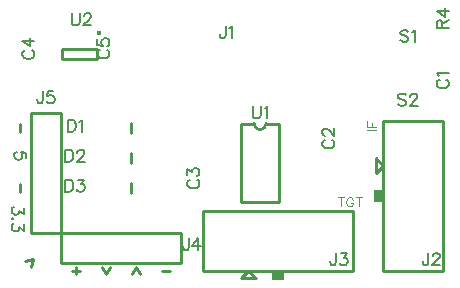
<source format=gbr>
G04 DipTrace Beta 2.9.0.0*
G04 TopSilk.gbr*
%MOIN*%
G04 #@! TF.FileFunction,Legend,Top*
G04 #@! TF.Part,Single*
%ADD10C,0.009843*%
%ADD15C,0.01*%
%ADD28C,0.015401*%
%ADD65C,0.006176*%
%ADD66C,0.004632*%
%FSLAX26Y26*%
G04*
G70*
G90*
G75*
G01*
G04 TopSilk*
%LPD*%
X-316535Y515748D2*
D10*
Y484252D1*
Y415748D2*
Y384252D1*
Y315748D2*
Y284252D1*
X725007Y525000D2*
X524979D1*
Y25000D1*
X725007D1*
Y525000D1*
X500018Y400000D2*
X524979Y375000D1*
X500018Y350000D1*
Y400000D1*
G36*
X522661Y294700D2*
X495079D1*
Y255300D1*
X522661D1*
Y294700D1*
G37*
X-74999Y225001D2*
D10*
X425004D1*
Y24980D1*
X-74999D1*
Y225001D1*
X50001Y14D2*
X75002Y24980D1*
X100002Y14D1*
X50001D1*
G36*
X155294Y22661D2*
X194710D1*
Y-4915D1*
X155294D1*
Y22661D1*
G37*
X-550018Y150005D2*
D10*
X-149982D1*
Y50000D1*
X-550018D1*
Y150005D1*
X-650005Y149982D2*
X-550000D1*
Y550018D1*
X-650005D1*
Y149982D1*
X51191Y514772D2*
Y254913D1*
X177163Y514772D2*
Y254913D1*
X51191D2*
X177163D1*
X51191Y514772D2*
X94488D1*
X133866D2*
X177163D1*
X94488D2*
G03X133866Y514772I19689J-9D01*
G01*
D28*
X-423086Y816625D3*
X-428349Y762560D2*
D10*
X-546457D1*
X-428349Y731069D2*
X-546457D1*
Y762560D2*
Y731069D1*
X-428349Y762560D2*
Y731069D1*
X-412500Y37500D2*
D15*
X-400000Y12500D1*
X-387500Y37500D1*
X-312500Y12500D2*
X-300000Y37500D1*
X-287500Y12500D1*
X-500000Y37500D2*
Y12500D1*
X-512500Y25000D2*
X-487500D1*
X-212500D2*
X-187500D1*
X-687500Y287500D2*
Y312500D1*
Y487500D2*
Y512500D1*
X-668751Y56249D2*
X-643751Y62500D1*
X-650000Y37500D1*
X712535Y661840D2*
D65*
X708733Y659938D1*
X704886Y656092D1*
X702985Y652289D1*
Y644640D1*
X704886Y640793D1*
X708733Y636990D1*
X712535Y635045D1*
X718283Y633144D1*
X727878D1*
X733582Y635045D1*
X737429Y636990D1*
X741231Y640793D1*
X743177Y644640D1*
Y652289D1*
X741231Y656091D1*
X737429Y659938D1*
X733582Y661840D1*
X710678Y674191D2*
X708733Y678038D1*
X703029Y683786D1*
X743177D1*
X331287Y461310D2*
X327485Y459409D1*
X323638Y455562D1*
X321737Y451760D1*
Y444111D1*
X323638Y440264D1*
X327485Y436461D1*
X331287Y434516D1*
X337035Y432615D1*
X346630D1*
X352334Y434516D1*
X356180Y436461D1*
X359983Y440264D1*
X361929Y444111D1*
Y451760D1*
X359983Y455562D1*
X356181Y459409D1*
X352334Y461310D1*
X331331Y475607D2*
X329430D1*
X325583Y477509D1*
X323682Y479410D1*
X321781Y483257D1*
Y490906D1*
X323682Y494708D1*
X325583Y496610D1*
X329430Y498555D1*
X333233D1*
X337079Y496610D1*
X342783Y492807D1*
X361929Y473662D1*
Y500456D1*
X-118713Y328240D2*
X-122515Y326338D1*
X-126362Y322492D1*
X-128263Y318689D1*
Y311040D1*
X-126362Y307193D1*
X-122515Y303390D1*
X-118713Y301445D1*
X-112965Y299544D1*
X-103370D1*
X-97666Y301445D1*
X-93820Y303390D1*
X-90017Y307193D1*
X-88071Y311040D1*
Y318689D1*
X-90017Y322492D1*
X-93819Y326338D1*
X-97666Y328240D1*
X-128219Y344438D2*
Y365440D1*
X-112921Y353988D1*
Y359736D1*
X-111019Y363539D1*
X-109118Y365440D1*
X-103370Y367386D1*
X-99568D1*
X-93819Y365440D1*
X-89973Y361638D1*
X-88071Y355890D1*
Y350141D1*
X-89973Y344438D1*
X-91918Y342536D1*
X-95721Y340591D1*
X-668713Y760360D2*
X-672515Y758459D1*
X-676362Y754612D1*
X-678263Y750809D1*
Y743160D1*
X-676362Y739313D1*
X-672515Y735511D1*
X-668713Y733565D1*
X-662965Y731664D1*
X-653370D1*
X-647666Y733565D1*
X-643820Y735511D1*
X-640017Y739313D1*
X-638071Y743160D1*
Y750809D1*
X-640017Y754612D1*
X-643819Y758459D1*
X-647666Y760360D1*
X-638071Y791857D2*
X-678219D1*
X-651469Y772711D1*
Y801407D1*
X-418713Y761310D2*
X-422515Y759409D1*
X-426362Y755562D1*
X-428263Y751760D1*
Y744111D1*
X-426362Y740264D1*
X-422515Y736461D1*
X-418713Y734516D1*
X-412965Y732615D1*
X-403370D1*
X-397666Y734516D1*
X-393820Y736461D1*
X-390017Y740264D1*
X-388071Y744111D1*
Y751760D1*
X-390017Y755562D1*
X-393819Y759409D1*
X-397666Y761310D1*
X-428219Y796610D2*
Y777509D1*
X-411019Y775607D1*
X-412921Y777509D1*
X-414866Y783257D1*
Y788960D1*
X-412921Y794708D1*
X-409118Y798555D1*
X-403370Y800456D1*
X-399568D1*
X-393819Y798555D1*
X-389973Y794708D1*
X-388071Y788960D1*
Y783257D1*
X-389973Y777509D1*
X-391918Y775607D1*
X-395721Y773662D1*
X-526929Y528264D2*
Y488071D1*
X-513532D1*
X-507784Y490017D1*
X-503937Y493820D1*
X-502036Y497666D1*
X-500135Y503370D1*
Y512965D1*
X-502036Y518713D1*
X-503937Y522515D1*
X-507784Y526362D1*
X-513532Y528264D1*
X-526929D1*
X-487783Y520570D2*
X-483937Y522515D1*
X-478189Y528219D1*
Y488071D1*
X-535529Y428264D2*
Y388071D1*
X-522132D1*
X-516384Y390017D1*
X-512537Y393820D1*
X-510636Y397666D1*
X-508735Y403370D1*
Y412965D1*
X-510636Y418713D1*
X-512537Y422515D1*
X-516384Y426362D1*
X-522132Y428264D1*
X-535529D1*
X-494438Y418669D2*
Y420570D1*
X-492537Y424417D1*
X-490635Y426318D1*
X-486789Y428219D1*
X-479139D1*
X-475337Y426318D1*
X-473435Y424417D1*
X-471490Y420570D1*
Y416767D1*
X-473435Y412921D1*
X-477238Y407217D1*
X-496383Y388071D1*
X-469589D1*
X-535529Y328264D2*
Y288071D1*
X-522132D1*
X-516384Y290017D1*
X-512537Y293820D1*
X-510636Y297666D1*
X-508735Y303370D1*
Y312965D1*
X-510636Y318713D1*
X-512537Y322515D1*
X-516384Y326362D1*
X-522132Y328264D1*
X-535529D1*
X-492537Y328219D2*
X-471534D1*
X-482986Y312921D1*
X-477238D1*
X-473435Y311019D1*
X-471534Y309118D1*
X-469589Y303370D1*
Y299568D1*
X-471534Y293820D1*
X-475337Y289973D1*
X-481085Y288071D1*
X-486833D1*
X-492537Y289973D1*
X-494438Y291918D1*
X-496383Y295721D1*
X-908Y840173D2*
Y809576D1*
X-2810Y803828D1*
X-4755Y801926D1*
X-8558Y799981D1*
X-12404D1*
X-16207Y801926D1*
X-18108Y803828D1*
X-20054Y809576D1*
Y813378D1*
X11443Y832479D2*
X15290Y834425D1*
X21038Y840129D1*
Y799981D1*
X675039Y83578D2*
Y52981D1*
X673138Y47233D1*
X671192Y45332D1*
X667390Y43386D1*
X663543D1*
X659740Y45332D1*
X657839Y47233D1*
X655894Y52981D1*
Y56784D1*
X689336Y73984D2*
Y75885D1*
X691237Y79732D1*
X693138Y81633D1*
X696985Y83534D1*
X704635D1*
X708437Y81633D1*
X710338Y79732D1*
X712284Y75885D1*
Y72082D1*
X710338Y68236D1*
X706536Y62532D1*
X687390Y43386D1*
X714185D1*
X367018Y83579D2*
Y52982D1*
X365117Y47234D1*
X363171Y45333D1*
X359369Y43387D1*
X355522D1*
X351719Y45333D1*
X349818Y47234D1*
X347873Y52982D1*
Y56784D1*
X383216Y83535D2*
X404219D1*
X392767Y68236D1*
X398515D1*
X402317Y66335D1*
X404219Y64434D1*
X406164Y58686D1*
Y54883D1*
X404219Y49135D1*
X400416Y45288D1*
X394668Y43387D1*
X388920D1*
X383216Y45288D1*
X381315Y47234D1*
X379369Y51036D1*
X-123451Y133578D2*
Y102981D1*
X-125352Y97233D1*
X-127298Y95332D1*
X-131100Y93386D1*
X-134947D1*
X-138750Y95332D1*
X-140651Y97233D1*
X-142596Y102981D1*
Y106784D1*
X-91954Y93386D2*
Y133534D1*
X-111100Y106784D1*
X-82404D1*
X-610000Y622949D2*
Y592351D1*
X-611902Y586603D1*
X-613847Y584702D1*
X-617650Y582757D1*
X-621496D1*
X-625299Y584702D1*
X-627200Y586603D1*
X-629146Y592351D1*
Y596154D1*
X-574701Y622904D2*
X-593802D1*
X-595703Y605704D1*
X-593802Y607606D1*
X-588054Y609551D1*
X-582350D1*
X-576602Y607606D1*
X-572756Y603803D1*
X-570854Y598055D1*
Y594253D1*
X-572756Y588505D1*
X-576602Y584658D1*
X-582350Y582757D1*
X-588054D1*
X-593802Y584658D1*
X-595703Y586603D1*
X-597649Y590406D1*
X722130Y832615D2*
Y849814D1*
X720184Y855562D1*
X718283Y857508D1*
X714481Y859409D1*
X710634D1*
X706831Y857508D1*
X704886Y855562D1*
X702985Y849814D1*
Y832615D1*
X743177D1*
X722130Y846012D2*
X743177Y859409D1*
Y890906D2*
X703029D1*
X729779Y871761D1*
Y900456D1*
X608920Y821748D2*
X605118Y825595D1*
X599370Y827496D1*
X591720D1*
X585972Y825595D1*
X582126Y821748D1*
Y817945D1*
X584071Y814098D1*
X585972Y812197D1*
X589775Y810296D1*
X601271Y806449D1*
X605118Y804548D1*
X607019Y802602D1*
X608920Y798800D1*
Y793052D1*
X605118Y789249D1*
X599370Y787304D1*
X591720D1*
X585972Y789249D1*
X582126Y793052D1*
X621272Y819802D2*
X625118Y821748D1*
X630866Y827452D1*
Y787304D1*
X600320Y609248D2*
X596518Y613095D1*
X590770Y614996D1*
X583120D1*
X577372Y613095D1*
X573526Y609248D1*
Y605445D1*
X575471Y601598D1*
X577372Y599697D1*
X581175Y597796D1*
X592671Y593949D1*
X596518Y592048D1*
X598419Y590102D1*
X600320Y586300D1*
Y580552D1*
X596518Y576749D1*
X590770Y574804D1*
X583120D1*
X577372Y576749D1*
X573526Y580552D1*
X614617Y605401D2*
Y607302D1*
X616519Y611149D1*
X618420Y613050D1*
X622267Y614952D1*
X629916D1*
X633718Y613050D1*
X635620Y611149D1*
X637565Y607302D1*
Y603500D1*
X635620Y599653D1*
X631817Y593949D1*
X612672Y574804D1*
X639466D1*
X89807Y573351D2*
Y544655D1*
X91708Y538907D1*
X95555Y535104D1*
X101303Y533159D1*
X105105D1*
X110853Y535104D1*
X114700Y538907D1*
X116601Y544655D1*
Y573351D1*
X128953Y565657D2*
X132800Y567603D1*
X138548Y573307D1*
Y533159D1*
X-513892Y882901D2*
Y854205D1*
X-511990Y848457D1*
X-508144Y844655D1*
X-502396Y842709D1*
X-498593D1*
X-492845Y844655D1*
X-488998Y848457D1*
X-487097Y854205D1*
Y882901D1*
X-472800Y873307D2*
Y875208D1*
X-470899Y879055D1*
X-468998Y880956D1*
X-465151Y882857D1*
X-457501D1*
X-453699Y880956D1*
X-451798Y879055D1*
X-449852Y875208D1*
Y871405D1*
X-451798Y867558D1*
X-455600Y861855D1*
X-474746Y842709D1*
X-447951D1*
X-664406Y399215D2*
Y418316D1*
X-681606Y420217D1*
X-679705Y418316D1*
X-677760Y412568D1*
Y406864D1*
X-679705Y401116D1*
X-683508Y397269D1*
X-689256Y395368D1*
X-693058D1*
X-698806Y397269D1*
X-702653Y401116D1*
X-704554Y406864D1*
Y412568D1*
X-702653Y418316D1*
X-700707Y420217D1*
X-696905Y422163D1*
X-672899Y234824D2*
Y213821D1*
X-688197Y225273D1*
Y219525D1*
X-690099Y215723D1*
X-692000Y213821D1*
X-697748Y211876D1*
X-701550D1*
X-707298Y213821D1*
X-711145Y217624D1*
X-713046Y223372D1*
Y229120D1*
X-711145Y234824D1*
X-709200Y236725D1*
X-705397Y238671D1*
X-709200Y197623D2*
X-711145Y199525D1*
X-713046Y197623D1*
X-711145Y195678D1*
X-709200Y197623D1*
X-672899Y179480D2*
Y158477D1*
X-688197Y169929D1*
Y164181D1*
X-690099Y160379D1*
X-692000Y158477D1*
X-697748Y156532D1*
X-701550D1*
X-707298Y158477D1*
X-711145Y162280D1*
X-713046Y168028D1*
Y173776D1*
X-711145Y179480D1*
X-709200Y181381D1*
X-705397Y183326D1*
X471499Y495273D2*
D66*
X501643D1*
X471499Y523206D2*
Y504536D1*
X501643D1*
X485858D2*
Y516010D1*
X382733Y269456D2*
Y239312D1*
X372685Y269456D2*
X392781D1*
X423566Y262293D2*
X422140Y265145D1*
X419255Y268030D1*
X416403Y269456D1*
X410666D1*
X407781Y268030D1*
X404929Y265145D1*
X403470Y262293D1*
X402044Y257982D1*
Y250786D1*
X403470Y246508D1*
X404929Y243623D1*
X407781Y240771D1*
X410666Y239312D1*
X416403D1*
X419255Y240771D1*
X422140Y243623D1*
X423566Y246508D1*
Y250786D1*
X416403D1*
X442878Y269456D2*
Y239312D1*
X432830Y269456D2*
X452926D1*
M02*

</source>
